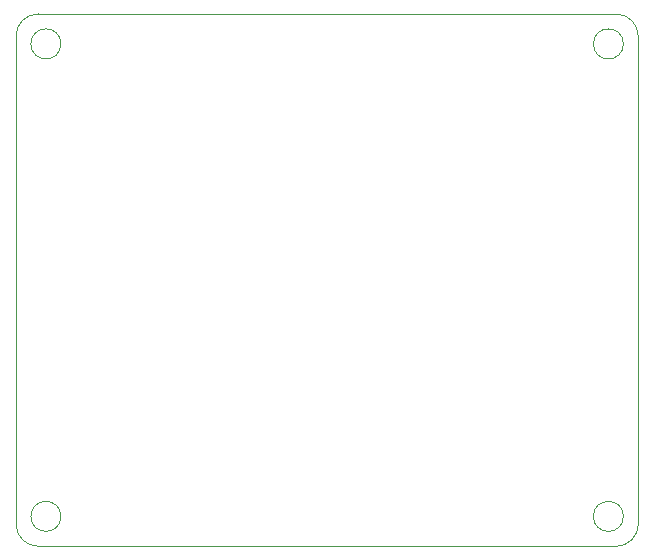
<source format=gbr>
%TF.GenerationSoftware,KiCad,Pcbnew,5.1.10-88a1d61d58~88~ubuntu20.04.1*%
%TF.CreationDate,2021-07-14T14:10:21+02:00*%
%TF.ProjectId,atari_punk,61746172-695f-4707-956e-6b2e6b696361,rev?*%
%TF.SameCoordinates,Original*%
%TF.FileFunction,Profile,NP*%
%FSLAX46Y46*%
G04 Gerber Fmt 4.6, Leading zero omitted, Abs format (unit mm)*
G04 Created by KiCad (PCBNEW 5.1.10-88a1d61d58~88~ubuntu20.04.1) date 2021-07-14 14:10:21*
%MOMM*%
%LPD*%
G01*
G04 APERTURE LIST*
%TA.AperFunction,Profile*%
%ADD10C,0.050000*%
%TD*%
G04 APERTURE END LIST*
D10*
X88900000Y-142875000D02*
G75*
G02*
X86995000Y-140970000I0J1905000D01*
G01*
X90805000Y-140335000D02*
G75*
G03*
X90805000Y-140335000I-1270000J0D01*
G01*
X139700000Y-140970000D02*
G75*
G02*
X137795000Y-142875000I-1905000J0D01*
G01*
X138430000Y-140335000D02*
G75*
G03*
X138430000Y-140335000I-1270000J0D01*
G01*
X137795000Y-97790000D02*
G75*
G02*
X139700000Y-99695000I0J-1905000D01*
G01*
X138430000Y-100330000D02*
G75*
G03*
X138430000Y-100330000I-1270000J0D01*
G01*
X86995000Y-99695000D02*
G75*
G02*
X88900000Y-97790000I1905000J0D01*
G01*
X90805000Y-100330000D02*
G75*
G03*
X90805000Y-100330000I-1270000J0D01*
G01*
X86995000Y-140970000D02*
X86995000Y-99695000D01*
X137795000Y-142875000D02*
X88900000Y-142875000D01*
X139700000Y-99695000D02*
X139700000Y-140970000D01*
X88900000Y-97790000D02*
X137795000Y-97790000D01*
M02*

</source>
